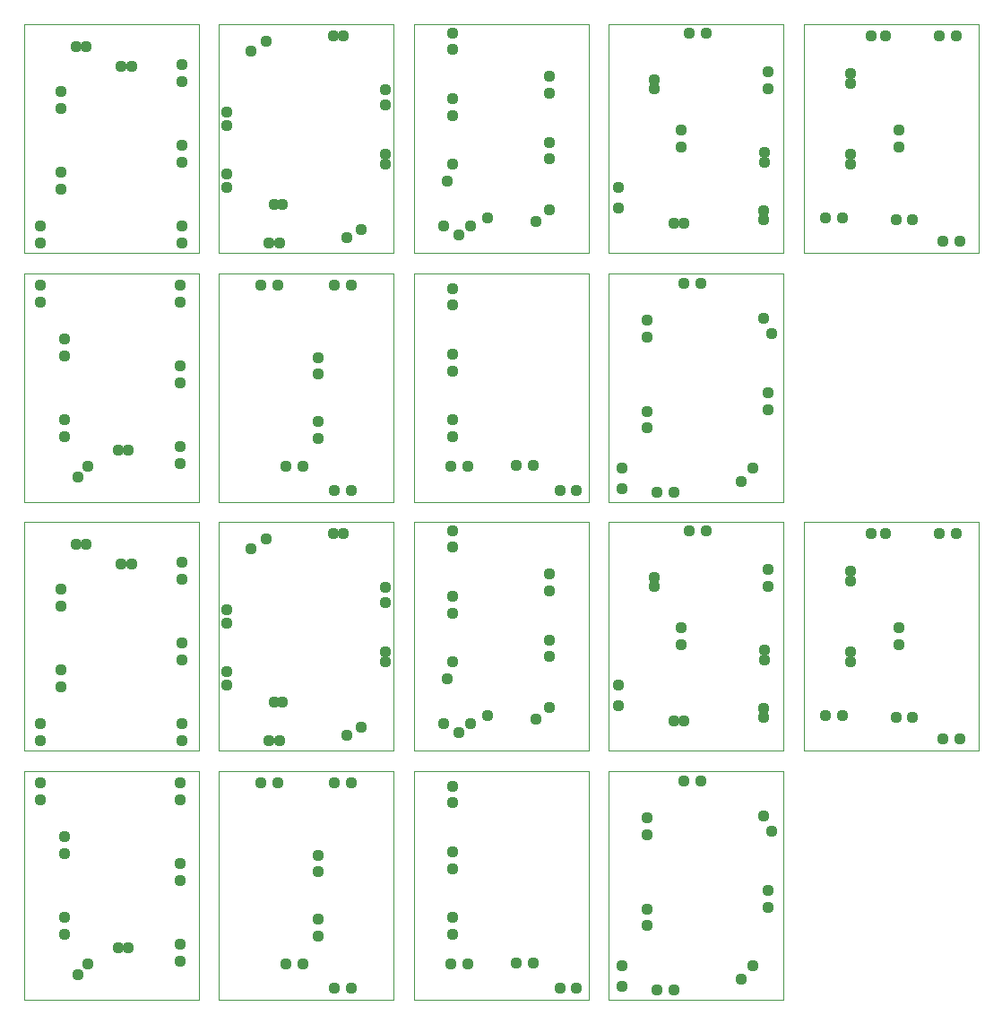
<source format=gbs>
G75*
G70*
%OFA0B0*%
%FSLAX25Y25*%
%IPPOS*%
%LPD*%
%AMOC8*
5,1,8,0,0,1.08239X$1,22.5*
%
%ADD12C,0.04370*%
%ADD17C,0.00000*%
X0010000Y0010000D02*
G75*
%LPD*%
D17*
X0010000Y0010000D02*
X0010000Y0095000D01*
X0075000Y0095000D01*
X0075000Y0010000D01*
X0010000Y0010000D01*
D12*
X0030000Y0019370D03*
X0033750Y0023120D03*
X0025000Y0034370D03*
X0025000Y0040620D03*
X0045000Y0029370D03*
X0048750Y0029370D03*
X0068120Y0030620D03*
X0068120Y0024370D03*
X0068120Y0054370D03*
X0068120Y0060620D03*
X0068120Y0084370D03*
X0068120Y0090620D03*
X0025000Y0070620D03*
X0025000Y0064370D03*
X0016250Y0084370D03*
X0016250Y0090620D03*
X0082500Y0010000D02*
G75*
%LPD*%
D17*
X0082500Y0010000D02*
X0082500Y0095000D01*
X0147500Y0095000D01*
X0147500Y0010000D01*
X0082500Y0010000D01*
D12*
X0107500Y0023120D03*
X0113750Y0023120D03*
X0119370Y0033750D03*
X0119370Y0040000D03*
X0119370Y0057500D03*
X0119370Y0063750D03*
X0125620Y0090620D03*
X0131870Y0090620D03*
X0104370Y0090620D03*
X0098120Y0090620D03*
X0125620Y0014370D03*
X0131870Y0014370D03*
X0155000Y0010000D02*
G75*
%LPD*%
D17*
X0155000Y0010000D02*
X0155000Y0095000D01*
X0220000Y0095000D01*
X0220000Y0010000D01*
X0155000Y0010000D01*
D12*
X0168750Y0023120D03*
X0175000Y0023120D03*
X0169370Y0034370D03*
X0169370Y0040620D03*
X0169370Y0058750D03*
X0169370Y0065000D03*
X0169370Y0083120D03*
X0169370Y0089370D03*
X0193120Y0023750D03*
X0199370Y0023750D03*
X0209370Y0014370D03*
X0215620Y0014370D03*
X0227500Y0010000D02*
G75*
%LPD*%
D17*
X0227500Y0010000D02*
X0227500Y0095000D01*
X0292500Y0095000D01*
X0292500Y0010000D01*
X0227500Y0010000D01*
D12*
X0232500Y0015000D03*
X0232500Y0022500D03*
X0245620Y0013750D03*
X0251870Y0013750D03*
X0241870Y0037500D03*
X0241870Y0043750D03*
X0241870Y0071250D03*
X0241870Y0077500D03*
X0255620Y0091250D03*
X0261870Y0091250D03*
X0285000Y0078120D03*
X0288120Y0072500D03*
X0286870Y0050620D03*
X0286870Y0044370D03*
X0281250Y0022500D03*
X0276870Y0017500D03*
X0010000Y0102500D02*
G75*
%LPD*%
D17*
X0010000Y0102500D02*
X0010000Y0187500D01*
X0075000Y0187500D01*
X0075000Y0102500D01*
X0010000Y0102500D01*
D12*
X0016250Y0106250D03*
X0016250Y0112500D03*
X0023750Y0126250D03*
X0023750Y0132500D03*
X0023750Y0156250D03*
X0023750Y0162500D03*
X0029370Y0179370D03*
X0033120Y0179370D03*
X0046250Y0171870D03*
X0050000Y0171870D03*
X0068750Y0172500D03*
X0068750Y0166250D03*
X0068750Y0142500D03*
X0068750Y0136250D03*
X0068750Y0112500D03*
X0068750Y0106250D03*
X0082500Y0102500D02*
G75*
%LPD*%
D17*
X0082500Y0102500D02*
X0082500Y0187500D01*
X0147500Y0187500D01*
X0147500Y0102500D01*
X0082500Y0102500D01*
D12*
X0101250Y0106250D03*
X0105000Y0106250D03*
X0106250Y0120620D03*
X0103120Y0120620D03*
X0085620Y0126870D03*
X0085620Y0131870D03*
X0085620Y0150000D03*
X0085620Y0155000D03*
X0094370Y0177500D03*
X0100000Y0181250D03*
X0125000Y0183120D03*
X0128750Y0183120D03*
X0144370Y0163120D03*
X0144370Y0157500D03*
X0144370Y0139370D03*
X0144370Y0135620D03*
X0135620Y0111250D03*
X0130000Y0108120D03*
X0155000Y0102500D02*
G75*
%LPD*%
D17*
X0155000Y0102500D02*
X0155000Y0187500D01*
X0220000Y0187500D01*
X0220000Y0102500D01*
X0155000Y0102500D01*
D12*
X0166250Y0112500D03*
X0171870Y0109370D03*
X0176250Y0112500D03*
X0182500Y0115620D03*
X0167500Y0129370D03*
X0169370Y0135620D03*
X0169370Y0153750D03*
X0169370Y0160000D03*
X0169370Y0178120D03*
X0169370Y0184370D03*
X0205620Y0168120D03*
X0205620Y0161870D03*
X0205620Y0143750D03*
X0205620Y0137500D03*
X0205620Y0118750D03*
X0200620Y0114370D03*
X0227500Y0102500D02*
G75*
%LPD*%
D17*
X0227500Y0102500D02*
X0227500Y0187500D01*
X0292500Y0187500D01*
X0292500Y0102500D01*
X0227500Y0102500D01*
D12*
X0231250Y0119370D03*
X0231250Y0126870D03*
X0251870Y0113750D03*
X0255620Y0113750D03*
X0254370Y0141870D03*
X0254370Y0148120D03*
X0244370Y0163750D03*
X0244370Y0166870D03*
X0257500Y0184370D03*
X0263750Y0184370D03*
X0286870Y0170000D03*
X0286870Y0163750D03*
X0285620Y0140000D03*
X0285620Y0136250D03*
X0285000Y0118120D03*
X0285000Y0115000D03*
X0300000Y0102500D02*
G75*
%LPD*%
D17*
X0300000Y0102500D02*
X0300000Y0187500D01*
X0365000Y0187500D01*
X0365000Y0102500D01*
X0300000Y0102500D01*
D12*
X0308120Y0115620D03*
X0314370Y0115620D03*
X0317500Y0135620D03*
X0317500Y0139370D03*
X0335620Y0141870D03*
X0335620Y0148120D03*
X0317500Y0165620D03*
X0317500Y0169370D03*
X0325000Y0183120D03*
X0330620Y0183120D03*
X0350620Y0183120D03*
X0356870Y0183120D03*
X0340620Y0115000D03*
X0334370Y0115000D03*
X0351870Y0106870D03*
X0358120Y0106870D03*
X0010000Y0195000D02*
G75*
%LPD*%
D17*
X0010000Y0195000D02*
X0010000Y0280000D01*
X0075000Y0280000D01*
X0075000Y0195000D01*
X0010000Y0195000D01*
D12*
X0030000Y0204370D03*
X0033750Y0208120D03*
X0025000Y0219370D03*
X0025000Y0225620D03*
X0045000Y0214370D03*
X0048750Y0214370D03*
X0068120Y0215620D03*
X0068120Y0209370D03*
X0068120Y0239370D03*
X0068120Y0245620D03*
X0068120Y0269370D03*
X0068120Y0275620D03*
X0025000Y0255620D03*
X0025000Y0249370D03*
X0016250Y0269370D03*
X0016250Y0275620D03*
X0082500Y0195000D02*
G75*
%LPD*%
D17*
X0082500Y0195000D02*
X0082500Y0280000D01*
X0147500Y0280000D01*
X0147500Y0195000D01*
X0082500Y0195000D01*
D12*
X0107500Y0208120D03*
X0113750Y0208120D03*
X0119370Y0218750D03*
X0119370Y0225000D03*
X0119370Y0242500D03*
X0119370Y0248750D03*
X0125620Y0275620D03*
X0131870Y0275620D03*
X0104370Y0275620D03*
X0098120Y0275620D03*
X0125620Y0199370D03*
X0131870Y0199370D03*
X0155000Y0195000D02*
G75*
%LPD*%
D17*
X0155000Y0195000D02*
X0155000Y0280000D01*
X0220000Y0280000D01*
X0220000Y0195000D01*
X0155000Y0195000D01*
D12*
X0168750Y0208120D03*
X0175000Y0208120D03*
X0169370Y0219370D03*
X0169370Y0225620D03*
X0169370Y0243750D03*
X0169370Y0250000D03*
X0169370Y0268120D03*
X0169370Y0274370D03*
X0193120Y0208750D03*
X0199370Y0208750D03*
X0209370Y0199370D03*
X0215620Y0199370D03*
X0227500Y0195000D02*
G75*
%LPD*%
D17*
X0227500Y0195000D02*
X0227500Y0280000D01*
X0292500Y0280000D01*
X0292500Y0195000D01*
X0227500Y0195000D01*
D12*
X0232500Y0200000D03*
X0232500Y0207500D03*
X0245620Y0198750D03*
X0251870Y0198750D03*
X0241870Y0222500D03*
X0241870Y0228750D03*
X0241870Y0256250D03*
X0241870Y0262500D03*
X0255620Y0276250D03*
X0261870Y0276250D03*
X0285000Y0263120D03*
X0288120Y0257500D03*
X0286870Y0235620D03*
X0286870Y0229370D03*
X0281250Y0207500D03*
X0276870Y0202500D03*
X0010000Y0287500D02*
G75*
%LPD*%
D17*
X0010000Y0287500D02*
X0010000Y0372500D01*
X0075000Y0372500D01*
X0075000Y0287500D01*
X0010000Y0287500D01*
D12*
X0016250Y0291250D03*
X0016250Y0297500D03*
X0023750Y0311250D03*
X0023750Y0317500D03*
X0023750Y0341250D03*
X0023750Y0347500D03*
X0029370Y0364370D03*
X0033120Y0364370D03*
X0046250Y0356870D03*
X0050000Y0356870D03*
X0068750Y0357500D03*
X0068750Y0351250D03*
X0068750Y0327500D03*
X0068750Y0321250D03*
X0068750Y0297500D03*
X0068750Y0291250D03*
X0082500Y0287500D02*
G75*
%LPD*%
D17*
X0082500Y0287500D02*
X0082500Y0372500D01*
X0147500Y0372500D01*
X0147500Y0287500D01*
X0082500Y0287500D01*
D12*
X0101250Y0291250D03*
X0105000Y0291250D03*
X0106250Y0305620D03*
X0103120Y0305620D03*
X0085620Y0311870D03*
X0085620Y0316870D03*
X0085620Y0335000D03*
X0085620Y0340000D03*
X0094370Y0362500D03*
X0100000Y0366250D03*
X0125000Y0368120D03*
X0128750Y0368120D03*
X0144370Y0348120D03*
X0144370Y0342500D03*
X0144370Y0324370D03*
X0144370Y0320620D03*
X0135620Y0296250D03*
X0130000Y0293120D03*
X0155000Y0287500D02*
G75*
%LPD*%
D17*
X0155000Y0287500D02*
X0155000Y0372500D01*
X0220000Y0372500D01*
X0220000Y0287500D01*
X0155000Y0287500D01*
D12*
X0166250Y0297500D03*
X0171870Y0294370D03*
X0176250Y0297500D03*
X0182500Y0300620D03*
X0167500Y0314370D03*
X0169370Y0320620D03*
X0169370Y0338750D03*
X0169370Y0345000D03*
X0169370Y0363120D03*
X0169370Y0369370D03*
X0205620Y0353120D03*
X0205620Y0346870D03*
X0205620Y0328750D03*
X0205620Y0322500D03*
X0205620Y0303750D03*
X0200620Y0299370D03*
X0227500Y0287500D02*
G75*
%LPD*%
D17*
X0227500Y0287500D02*
X0227500Y0372500D01*
X0292500Y0372500D01*
X0292500Y0287500D01*
X0227500Y0287500D01*
D12*
X0231250Y0304370D03*
X0231250Y0311870D03*
X0251870Y0298750D03*
X0255620Y0298750D03*
X0254370Y0326870D03*
X0254370Y0333120D03*
X0244370Y0348750D03*
X0244370Y0351870D03*
X0257500Y0369370D03*
X0263750Y0369370D03*
X0286870Y0355000D03*
X0286870Y0348750D03*
X0285620Y0325000D03*
X0285620Y0321250D03*
X0285000Y0303120D03*
X0285000Y0300000D03*
X0300000Y0287500D02*
G75*
%LPD*%
D17*
X0300000Y0287500D02*
X0300000Y0372500D01*
X0365000Y0372500D01*
X0365000Y0287500D01*
X0300000Y0287500D01*
D12*
X0308120Y0300620D03*
X0314370Y0300620D03*
X0317500Y0320620D03*
X0317500Y0324370D03*
X0335620Y0326870D03*
X0335620Y0333120D03*
X0317500Y0350620D03*
X0317500Y0354370D03*
X0325000Y0368120D03*
X0330620Y0368120D03*
X0350620Y0368120D03*
X0356870Y0368120D03*
X0340620Y0300000D03*
X0334370Y0300000D03*
X0351870Y0291870D03*
X0358120Y0291870D03*
M02*

</source>
